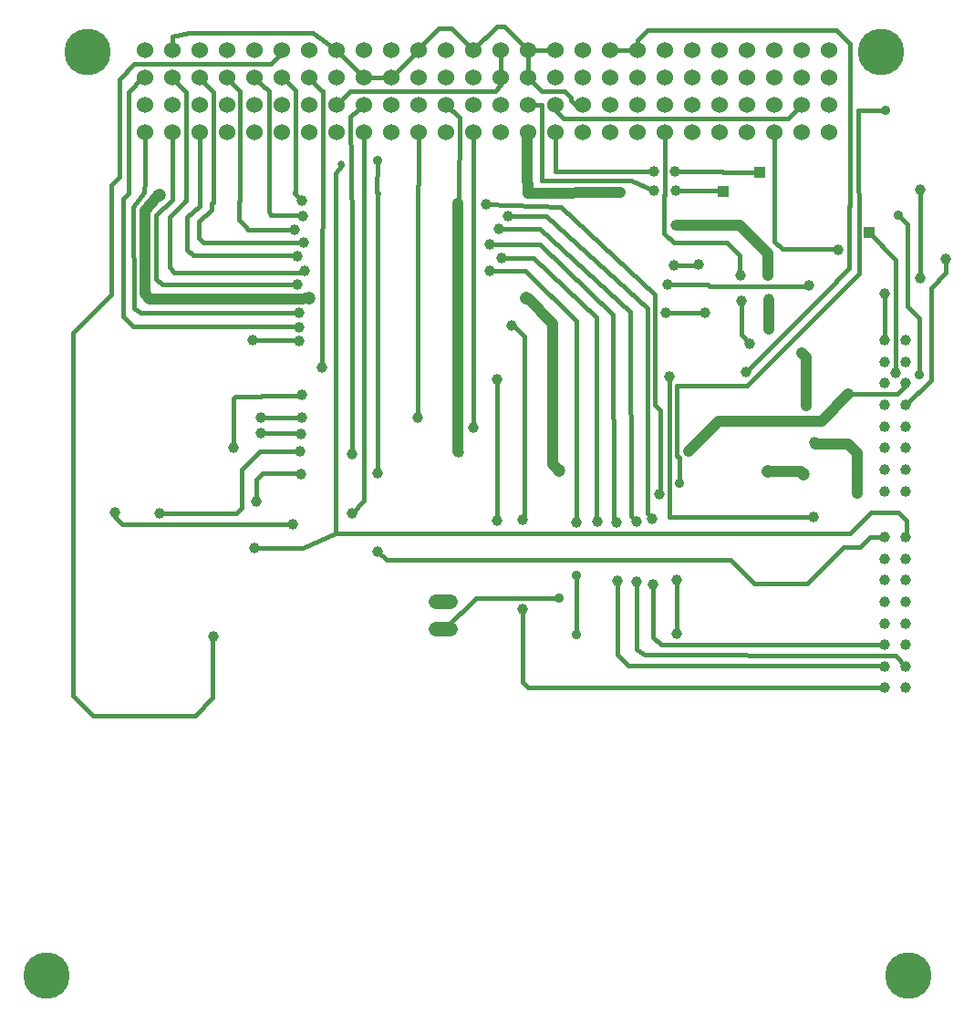
<source format=gbl>
G75*
G70*
%OFA0B0*%
%FSLAX24Y24*%
%IPPOS*%
%LPD*%
%AMOC8*
5,1,8,0,0,1.08239X$1,22.5*
%
%ADD10C,0.0600*%
%ADD11C,0.0397*%
%ADD12C,0.0520*%
%ADD13C,0.0160*%
%ADD14C,0.0396*%
%ADD15C,0.0357*%
%ADD16C,0.0260*%
%ADD17C,0.0400*%
%ADD18C,0.0475*%
%ADD19C,0.1699*%
%ADD20R,0.0396X0.0396*%
D10*
X005905Y032296D03*
X005905Y033296D03*
X005908Y034293D03*
X006908Y034293D03*
X007908Y034293D03*
X007905Y033296D03*
X007905Y032296D03*
X006905Y032296D03*
X006905Y033296D03*
X008905Y033296D03*
X008905Y032296D03*
X009905Y032296D03*
X009905Y033296D03*
X009908Y034293D03*
X010908Y034293D03*
X010905Y033296D03*
X010905Y032296D03*
X011905Y032296D03*
X012905Y032296D03*
X012905Y033296D03*
X011905Y033296D03*
X011908Y034293D03*
X012908Y034293D03*
X013908Y034293D03*
X013905Y033296D03*
X013905Y032296D03*
X014905Y032296D03*
X014905Y033296D03*
X014908Y034293D03*
X015908Y034293D03*
X016908Y034293D03*
X016905Y033296D03*
X016905Y032296D03*
X015905Y032296D03*
X015905Y033296D03*
X017905Y033296D03*
X017905Y032296D03*
X018905Y032296D03*
X018905Y033296D03*
X018908Y034293D03*
X019908Y034293D03*
X019905Y033296D03*
X019905Y032296D03*
X020905Y032296D03*
X021905Y032296D03*
X021905Y033296D03*
X020905Y033296D03*
X020908Y034293D03*
X021908Y034293D03*
X022908Y034293D03*
X022905Y033296D03*
X022905Y032296D03*
X023905Y032296D03*
X023905Y033296D03*
X023908Y034293D03*
X024908Y034293D03*
X025908Y034293D03*
X025905Y033296D03*
X025905Y032296D03*
X024905Y032296D03*
X024905Y033296D03*
X026905Y033296D03*
X026905Y032296D03*
X027905Y032296D03*
X027905Y033296D03*
X027908Y034293D03*
X028908Y034293D03*
X029908Y034293D03*
X029905Y033296D03*
X029905Y032296D03*
X028905Y032296D03*
X028905Y033296D03*
X030905Y033296D03*
X030905Y032296D03*
X030908Y034293D03*
X030908Y035293D03*
X029908Y035293D03*
X028908Y035293D03*
X027908Y035293D03*
X026908Y035293D03*
X026908Y034293D03*
X025908Y035293D03*
X024908Y035293D03*
X023908Y035293D03*
X022908Y035293D03*
X021908Y035293D03*
X020908Y035293D03*
X019908Y035293D03*
X018908Y035293D03*
X017908Y035293D03*
X017908Y034293D03*
X016908Y035293D03*
X015908Y035293D03*
X014908Y035293D03*
X013908Y035293D03*
X012908Y035293D03*
X011908Y035293D03*
X010908Y035293D03*
X009908Y035293D03*
X008908Y035293D03*
X008908Y034293D03*
X007908Y035293D03*
X006908Y035293D03*
X005908Y035293D03*
D11*
X032931Y024682D03*
X032931Y023895D03*
X032931Y023108D03*
X033719Y023108D03*
X033719Y023895D03*
X033719Y024682D03*
X033719Y022320D03*
X033719Y021533D03*
X032931Y021533D03*
X032931Y022320D03*
X032931Y020745D03*
X032931Y019958D03*
X032931Y019171D03*
X033719Y019171D03*
X033719Y019958D03*
X033719Y020745D03*
X033712Y017487D03*
X032925Y017487D03*
X032925Y016700D03*
X033712Y016700D03*
X033712Y015912D03*
X032925Y015912D03*
X032925Y015125D03*
X033712Y015125D03*
X033712Y014337D03*
X032925Y014337D03*
X032925Y013550D03*
X033712Y013550D03*
X033712Y012762D03*
X033712Y011975D03*
X032925Y011975D03*
X032925Y012762D03*
D12*
X017068Y014133D02*
X016548Y014133D01*
X016548Y015133D02*
X017068Y015133D01*
D13*
X017992Y015271D02*
X016872Y014151D01*
X016808Y014133D01*
X017992Y015271D02*
X021023Y015271D01*
X021665Y016101D02*
X021665Y013947D01*
X021675Y013937D01*
X023176Y013204D02*
X023555Y012779D01*
X032819Y012779D01*
X032925Y012762D01*
X033338Y013147D02*
X033712Y012762D01*
X033338Y013147D02*
X031718Y013147D01*
X024163Y013190D01*
X023997Y013292D01*
X023860Y013386D01*
X023860Y015862D01*
X024487Y015767D02*
X024487Y013834D01*
X024763Y013558D01*
X032917Y013558D01*
X032925Y013550D01*
X032919Y011982D02*
X032925Y011975D01*
X032919Y011982D02*
X019912Y011982D01*
X019691Y012202D01*
X019691Y014853D01*
X019691Y018122D02*
X019779Y018210D01*
X019779Y024836D01*
X019382Y025234D01*
X019293Y025234D01*
X019846Y026206D02*
X019890Y026206D01*
X019800Y027213D02*
X021660Y025388D01*
X021660Y018033D01*
X022419Y018091D02*
X022454Y018055D01*
X022419Y018091D02*
X022419Y025505D01*
X020115Y027693D01*
X018952Y027693D01*
X018512Y027215D02*
X019800Y027213D01*
X020351Y028184D02*
X023015Y025618D01*
X023033Y018038D01*
X023139Y018011D01*
X023659Y018271D02*
X023879Y018050D01*
X023659Y018271D02*
X023632Y025725D01*
X020339Y028756D01*
X018848Y028756D01*
X019165Y029210D02*
X020561Y029215D01*
X024260Y025839D01*
X024259Y018347D01*
X024447Y018159D01*
X025075Y018234D02*
X025101Y018207D01*
X030342Y018207D01*
X030344Y018206D01*
X031669Y017624D02*
X032434Y018389D01*
X033430Y018389D01*
X033724Y018095D01*
X033724Y017499D01*
X033712Y017487D01*
X032925Y017487D02*
X032400Y017487D01*
X032041Y017128D01*
X031445Y017128D01*
X030097Y015781D01*
X028175Y015781D01*
X027314Y016642D01*
X014723Y016642D01*
X014413Y016951D01*
X012878Y017614D02*
X031669Y017624D01*
X029962Y019800D02*
X029873Y019889D01*
X030412Y020885D02*
X030357Y020940D01*
X031604Y022714D02*
X033413Y022714D01*
X033719Y023020D01*
X033719Y023108D01*
X033333Y023490D02*
X033342Y027614D01*
X032373Y028607D01*
X031645Y029574D02*
X031645Y027327D01*
X030688Y026370D01*
X030688Y026351D01*
X027873Y023535D01*
X027912Y023031D02*
X031992Y027111D01*
X031960Y033082D01*
X032971Y033082D01*
X031960Y033082D02*
X031960Y033082D01*
X029905Y033296D02*
X029404Y032795D01*
X021201Y032795D01*
X020905Y033091D01*
X020905Y033296D01*
X021228Y033778D02*
X021470Y033549D01*
X021470Y033460D01*
X021633Y033296D01*
X021905Y033296D01*
X021228Y033778D02*
X020411Y033778D01*
X019908Y034293D01*
X019908Y035293D01*
X020908Y035293D01*
X019908Y035293D02*
X019031Y036170D01*
X018769Y036170D01*
X017908Y035309D01*
X017908Y035293D01*
X017107Y036094D01*
X016638Y036094D01*
X015908Y035363D01*
X015908Y035293D01*
X014908Y034293D01*
X013908Y034293D01*
X012908Y035293D01*
X012043Y035926D01*
X007497Y035926D01*
X006908Y035778D01*
X006908Y035293D01*
X006908Y034293D02*
X006908Y034245D01*
X007399Y033753D01*
X007399Y029797D01*
X007386Y029774D01*
X007368Y029744D01*
X006806Y029201D01*
X006820Y027354D01*
X006984Y027168D01*
X011508Y027168D01*
X011731Y027230D01*
X011462Y026731D02*
X011462Y026728D01*
X011462Y026731D02*
X006547Y026724D01*
X006312Y026917D01*
X006319Y029262D01*
X006894Y029837D01*
X006894Y030480D01*
X006905Y030491D01*
X006905Y032296D01*
X007905Y032296D02*
X007905Y030462D01*
X007896Y030427D01*
X007896Y029601D01*
X007454Y029186D01*
X007454Y027984D01*
X007656Y027781D01*
X011515Y027781D01*
X011485Y027743D01*
X011566Y028241D02*
X011718Y028242D01*
X011566Y028241D02*
X008039Y028241D01*
X007873Y028407D01*
X007873Y029021D01*
X008322Y029469D01*
X008322Y029673D01*
X008417Y029710D01*
X008417Y033763D01*
X007908Y034248D01*
X007908Y034293D01*
X008908Y034293D02*
X008908Y034259D01*
X009386Y033780D01*
X009386Y029797D01*
X009342Y029753D01*
X009342Y029085D01*
X009560Y028867D01*
X009659Y028722D01*
X011364Y028713D01*
X011668Y029225D02*
X011643Y029251D01*
X010518Y029251D01*
X010421Y029398D01*
X010421Y033798D01*
X009908Y034261D01*
X009908Y034293D01*
X010504Y034774D02*
X005501Y034774D01*
X004960Y034232D01*
X004960Y030640D01*
X004685Y030365D01*
X004685Y026352D01*
X003280Y024947D01*
X003280Y011685D01*
X003995Y010969D01*
X007733Y010969D01*
X008369Y011606D01*
X008369Y013833D01*
X008395Y013859D01*
X009906Y017094D02*
X011655Y017094D01*
X012878Y017614D01*
X012878Y028454D01*
X012879Y028442D01*
X012864Y029162D01*
X012864Y030791D01*
X013102Y031088D01*
X013082Y031123D01*
X013905Y030353D02*
X013905Y018813D01*
X013458Y018367D01*
X014412Y019825D02*
X014412Y030009D01*
X014441Y030038D01*
X014378Y030102D01*
X014419Y031270D01*
X013905Y030353D02*
X013905Y030353D01*
X013905Y032296D01*
X013417Y032847D02*
X013465Y028851D01*
X013465Y028836D01*
X013465Y020516D01*
X011569Y020608D02*
X010097Y020608D01*
X009453Y019964D01*
X009453Y018565D01*
X009250Y018363D01*
X006453Y018363D01*
X005066Y017964D02*
X011303Y017964D01*
X011320Y017946D01*
X009959Y018791D02*
X009959Y019586D01*
X010198Y019825D01*
X011550Y019825D01*
X011603Y019772D01*
X011610Y021257D02*
X011580Y021288D01*
X010154Y021288D01*
X010150Y021855D02*
X011637Y021855D01*
X011605Y022650D02*
X011627Y022672D01*
X011605Y022650D02*
X010170Y022650D01*
X010127Y022606D01*
X009201Y022606D01*
X009140Y022545D01*
X009140Y020751D01*
X012371Y023679D02*
X012413Y033789D01*
X012376Y033798D01*
X011908Y034266D01*
X011908Y034293D01*
X011418Y033807D02*
X011418Y030134D01*
X011374Y030090D01*
X011374Y030044D01*
X011630Y029787D01*
X013417Y032847D02*
X013905Y033282D01*
X013905Y033296D01*
X013417Y033799D02*
X012905Y033296D01*
X013417Y033799D02*
X018691Y033799D01*
X018908Y034024D01*
X018908Y034293D01*
X018908Y035293D01*
X019905Y033296D02*
X020395Y033296D01*
X020395Y030526D01*
X023678Y030526D01*
X024495Y030147D01*
X024881Y029978D02*
X024881Y028594D01*
X025238Y028238D01*
X027182Y028238D01*
X027623Y027796D01*
X027623Y027111D01*
X027667Y027067D01*
X027690Y026117D02*
X027690Y024880D01*
X028015Y024554D01*
X027912Y023031D02*
X025352Y023031D01*
X025352Y020471D01*
X025432Y020391D01*
X025447Y019439D01*
X024734Y019095D02*
X024688Y019049D01*
X024734Y019095D02*
X024734Y022116D01*
X024524Y022326D01*
X024524Y026358D01*
X021107Y029567D01*
X018368Y029644D01*
X017913Y030357D02*
X017892Y030379D01*
X017905Y030392D01*
X017905Y032296D01*
X017390Y032822D02*
X017370Y029717D01*
X017353Y029700D01*
X017913Y030357D02*
X017913Y021502D01*
X017353Y020613D02*
X017370Y020595D01*
X015871Y021842D02*
X015871Y030316D01*
X015860Y030328D01*
X015905Y030373D01*
X015905Y032296D01*
X016905Y033287D02*
X017390Y032822D01*
X016905Y033287D02*
X016905Y033296D01*
X019873Y032265D02*
X019905Y032296D01*
X020905Y032296D02*
X020905Y030839D01*
X024039Y030839D01*
X024059Y030851D01*
X024489Y030853D01*
X025287Y030853D02*
X026992Y030853D01*
X027026Y030819D01*
X028344Y030819D01*
X028357Y030807D01*
X028905Y029992D02*
X028907Y029991D01*
X028907Y028299D01*
X029189Y028017D01*
X031199Y028017D01*
X031243Y027972D01*
X031645Y029574D02*
X031656Y029584D01*
X031656Y035525D01*
X031157Y036024D01*
X024272Y036024D01*
X023908Y035660D01*
X023908Y035293D01*
X022908Y035293D01*
X024905Y032296D02*
X024905Y030001D01*
X024881Y029978D01*
X025312Y030144D02*
X027020Y030144D01*
X027046Y030118D01*
X028905Y029992D02*
X028905Y032296D01*
X025370Y028892D02*
X025315Y028873D01*
X025239Y027436D02*
X026134Y027436D01*
X026147Y027449D01*
X026472Y026736D02*
X026538Y026669D01*
X030161Y026669D01*
X030183Y026691D01*
X028719Y026186D02*
X028701Y026168D01*
X026472Y026736D02*
X025014Y026736D01*
X024948Y025698D02*
X026361Y025698D01*
X025075Y023351D02*
X025075Y018234D01*
X025332Y015905D02*
X025332Y013944D01*
X023176Y013204D02*
X023168Y015891D01*
X018785Y018122D02*
X018763Y018100D01*
X018785Y018122D02*
X018785Y023246D01*
X018513Y028184D02*
X020351Y028184D01*
X012376Y023684D02*
X012371Y023679D01*
X011534Y024646D02*
X011575Y024701D01*
X009846Y024704D01*
X011432Y025191D02*
X011538Y025166D01*
X011432Y025191D02*
X005459Y025194D01*
X005102Y025551D01*
X005105Y029855D01*
X005292Y030060D01*
X005292Y033771D01*
X005814Y034293D01*
X005908Y034293D01*
X005905Y032296D02*
X005905Y030520D01*
X005909Y030516D01*
X005881Y030080D01*
X005478Y029544D01*
X005506Y025859D01*
X005736Y025691D01*
X011510Y025691D01*
X011553Y025679D01*
X006428Y030004D02*
X006357Y029998D01*
X006339Y029924D01*
X010908Y034293D02*
X010931Y034293D01*
X011418Y033807D01*
X010504Y034774D02*
X010908Y035177D01*
X010908Y035293D01*
X004800Y018381D02*
X004800Y018230D01*
X005066Y017964D01*
X032922Y024692D02*
X032931Y024682D01*
X032922Y024692D02*
X032922Y026404D01*
X033773Y025920D02*
X034204Y025489D01*
X034204Y023425D01*
X034622Y023224D02*
X033719Y022320D01*
X034622Y023224D02*
X034622Y026603D01*
X035175Y027155D01*
X035175Y027663D01*
X034247Y026964D02*
X034250Y026941D01*
X034247Y026964D02*
X034237Y030177D01*
X033447Y029248D02*
X033773Y028922D01*
X033773Y025920D01*
D14*
X032922Y026404D03*
X034250Y026941D03*
X035175Y027663D03*
X034237Y030177D03*
X031243Y027972D03*
X030183Y026691D03*
X028682Y027070D03*
X028719Y026186D03*
X027690Y026117D03*
X027667Y027067D03*
X026361Y025698D03*
X024948Y025698D03*
X025014Y026736D03*
X025239Y027436D03*
X026147Y027449D03*
X025315Y028873D03*
X025312Y030144D03*
X025287Y030853D03*
X024489Y030853D03*
X024495Y030147D03*
X023285Y030076D03*
X019165Y029210D03*
X018848Y028756D03*
X018513Y028184D03*
X018952Y027693D03*
X018512Y027215D03*
X019293Y025234D03*
X018785Y023246D03*
X017913Y021502D03*
X017370Y020595D03*
X015871Y021842D03*
X014412Y019825D03*
X013465Y020516D03*
X011569Y020608D03*
X011610Y021257D03*
X011637Y021855D03*
X011627Y022672D03*
X012371Y023679D03*
X011534Y024646D03*
X011538Y025166D03*
X011553Y025679D03*
X011462Y026728D03*
X011731Y027230D03*
X011485Y027743D03*
X011718Y028242D03*
X011364Y028713D03*
X011668Y029225D03*
X011630Y029787D03*
X009846Y024704D03*
X010150Y021855D03*
X010154Y021288D03*
X009140Y020751D03*
X009959Y018791D03*
X011320Y017946D03*
X009906Y017094D03*
X011603Y019772D03*
X013458Y018367D03*
X014413Y016951D03*
X018763Y018100D03*
X019691Y018122D03*
X021660Y018033D03*
X022454Y018055D03*
X023139Y018011D03*
X023879Y018050D03*
X024447Y018159D03*
X024688Y019049D03*
X025761Y020628D03*
X025075Y023351D03*
X027873Y023535D03*
X028015Y024554D03*
X028701Y025082D03*
X029915Y024216D03*
X030063Y022302D03*
X030357Y020940D03*
X031921Y019099D03*
X030344Y018206D03*
X025332Y015905D03*
X024487Y015767D03*
X023860Y015862D03*
X023168Y015891D03*
X025332Y013944D03*
X019691Y014853D03*
X008395Y013859D03*
X006453Y018363D03*
X004800Y018381D03*
X018368Y029644D03*
X033333Y023490D03*
D15*
X034204Y023425D03*
X033447Y029248D03*
X032971Y033082D03*
X025447Y019439D03*
X021665Y016101D03*
X021023Y015271D03*
X021675Y013937D03*
X014419Y031270D03*
D16*
X013082Y031123D03*
D17*
X017353Y029700D02*
X017353Y020613D01*
X020817Y020154D02*
X021038Y019933D01*
X020817Y020154D02*
X020817Y025278D01*
X019890Y026206D01*
X019890Y030067D02*
X019873Y030826D01*
X019873Y032265D01*
X019890Y030067D02*
X023285Y030076D01*
X025370Y028892D02*
X027634Y028892D01*
X028682Y027843D01*
X028682Y027070D01*
X028701Y026168D02*
X028701Y025082D01*
X029915Y024216D02*
X030063Y024069D01*
X030063Y022302D01*
X030622Y021732D02*
X026866Y021732D01*
X025761Y020628D01*
X028659Y019889D02*
X029873Y019889D01*
X030412Y020885D02*
X031590Y020885D01*
X031921Y020553D01*
X031921Y019099D01*
X030622Y021732D02*
X031604Y022714D01*
X011891Y026208D02*
X011542Y026201D01*
X006082Y026194D01*
X005898Y026378D01*
X005905Y029431D01*
X006339Y029924D01*
X006357Y029998D02*
X006422Y029998D01*
X006428Y030004D01*
D18*
X006428Y030004D03*
X011891Y026208D03*
X019846Y026206D03*
X021038Y019933D03*
X028659Y019889D03*
X029962Y019800D03*
D19*
X002302Y001462D03*
X033799Y001464D03*
X032802Y035214D03*
X003800Y035212D03*
D20*
X027046Y030118D03*
X028357Y030807D03*
X032373Y028607D03*
M02*

</source>
